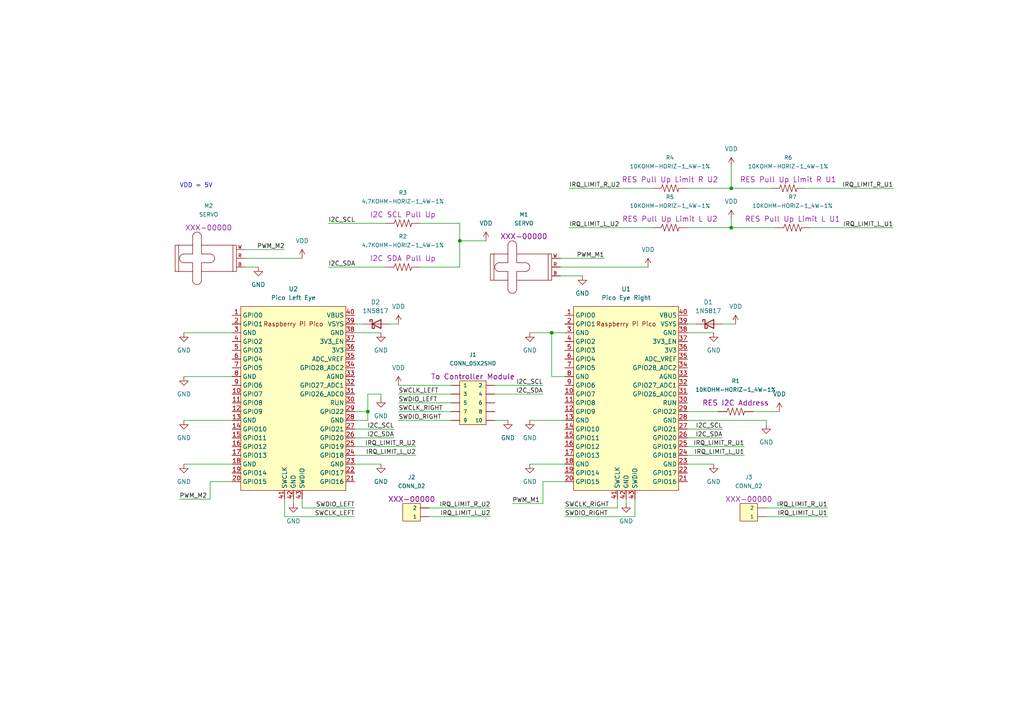
<source format=kicad_sch>
(kicad_sch (version 20211123) (generator eeschema)
  (paper "A4")
  (lib_symbols
    (symbol "Adafruit_Diode:1N5817" (pin_numbers hide) (pin_names (offset 1.016) hide)
      (property "Reference" "D" (at 0 2.54 0))
      (property "Value" "1N5817" (at 0 -2.54 0))
      (symbol "1N5817_0_1"
        (polyline (pts (xy 1.27 0) (xy -1.27 0)))
        (polyline (pts (xy 1.27 1.27) (xy 1.27 -1.27) (xy -1.27 0) (xy 1.27 1.27)) (stroke (width 0.254)))
        (polyline (pts (xy -1.905 0.635) (xy -1.905 1.27) (xy -1.27 1.27) (xy -1.27 -1.27) (xy -0.635 -1.27) (xy -0.635 -0.635)) (stroke (width 0.254)))
      )
      (symbol "1N5817_1_1"
        (pin passive line (at -3.81 0 0) (length 2.54) (name "K") (number "1"))
        (pin passive line (at 3.81 0 180) (length 2.54) (name "A") (number "2"))
      )
    )
    (symbol "Adafruit_power:GND" (power) (pin_names (offset 0))
      (property "Value" "GND" (at 0 -3.81 0))
      (symbol "GND_0_1"
        (polyline (pts (xy 0 0) (xy 0 -1.27) (xy 1.27 -1.27) (xy 0 -2.54) (xy -1.27 -1.27) (xy 0 -1.27)))
      )
      (symbol "GND_1_1"
        (pin power_in line (at 0 0 270) (length 0) hide (name "GND") (number "1"))
      )
    )
    (symbol "Adafruit_power:VDD" (power) (pin_names (offset 0))
      (property "Value" "VDD" (at 0 3.81 0))
      (symbol "VDD_0_1"
        (polyline (pts (xy -0.762 1.27) (xy 0 2.54)))
        (polyline (pts (xy 0 0) (xy 0 2.54)))
        (polyline (pts (xy 0 2.54) (xy 0.762 1.27)))
      )
      (symbol "VDD_1_1"
        (pin power_in line (at 0 0 90) (length 0) hide (name "VDD") (number "1"))
      )
    )
    (symbol "MCU_RaspberryPi_and_Boards:Pico"
      (property "Reference" "U" (at -13.97 27.94 0))
      (property "Value" "Pico" (at 0 19.05 0))
      (symbol "Pico_0_0"
        (text "Raspberry Pi Pico" (at 0 21.59 0) (effects (font (size 1.27 1.27))))
      )
      (symbol "Pico_0_1"
        (rectangle (start -15.24 26.67) (end 15.24 -26.67) (fill (type background)))
      )
      (symbol "Pico_1_1"
        (pin bidirectional line (at -17.78 24.13 0) (length 2.54) (name "GPIO0") (number "1"))
        (pin bidirectional line (at -17.78 1.27 0) (length 2.54) (name "GPIO7") (number "10"))
        (pin bidirectional line (at -17.78 -1.27 0) (length 2.54) (name "GPIO8") (number "11"))
        (pin bidirectional line (at -17.78 -3.81 0) (length 2.54) (name "GPIO9") (number "12"))
        (pin power_in line (at -17.78 -6.35 0) (length 2.54) (name "GND") (number "13"))
        (pin bidirectional line (at -17.78 -8.89 0) (length 2.54) (name "GPIO10") (number "14"))
        (pin bidirectional line (at -17.78 -11.43 0) (length 2.54) (name "GPIO11") (number "15"))
        (pin bidirectional line (at -17.78 -13.97 0) (length 2.54) (name "GPIO12") (number "16"))
        (pin bidirectional line (at -17.78 -16.51 0) (length 2.54) (name "GPIO13") (number "17"))
        (pin power_in line (at -17.78 -19.05 0) (length 2.54) (name "GND") (number "18"))
        (pin bidirectional line (at -17.78 -21.59 0) (length 2.54) (name "GPIO14") (number "19"))
        (pin bidirectional line (at -17.78 21.59 0) (length 2.54) (name "GPIO1") (number "2"))
        (pin bidirectional line (at -17.78 -24.13 0) (length 2.54) (name "GPIO15") (number "20"))
        (pin bidirectional line (at 17.78 -24.13 180) (length 2.54) (name "GPIO16") (number "21"))
        (pin bidirectional line (at 17.78 -21.59 180) (length 2.54) (name "GPIO17") (number "22"))
        (pin power_in line (at 17.78 -19.05 180) (length 2.54) (name "GND") (number "23"))
        (pin bidirectional line (at 17.78 -16.51 180) (length 2.54) (name "GPIO18") (number "24"))
        (pin bidirectional line (at 17.78 -13.97 180) (length 2.54) (name "GPIO19") (number "25"))
        (pin bidirectional line (at 17.78 -11.43 180) (length 2.54) (name "GPIO20") (number "26"))
        (pin bidirectional line (at 17.78 -8.89 180) (length 2.54) (name "GPIO21") (number "27"))
        (pin power_in line (at 17.78 -6.35 180) (length 2.54) (name "GND") (number "28"))
        (pin bidirectional line (at 17.78 -3.81 180) (length 2.54) (name "GPIO22") (number "29"))
        (pin power_in line (at -17.78 19.05 0) (length 2.54) (name "GND") (number "3"))
        (pin input line (at 17.78 -1.27 180) (length 2.54) (name "RUN") (number "30"))
        (pin bidirectional line (at 17.78 1.27 180) (length 2.54) (name "GPIO26_ADC0") (number "31"))
        (pin bidirectional line (at 17.78 3.81 180) (length 2.54) (name "GPIO27_ADC1") (number "32"))
        (pin power_in line (at 17.78 6.35 180) (length 2.54) (name "AGND") (number "33"))
        (pin bidirectional line (at 17.78 8.89 180) (length 2.54) (name "GPIO28_ADC2") (number "34"))
        (pin power_in line (at 17.78 11.43 180) (length 2.54) (name "ADC_VREF") (number "35"))
        (pin power_in line (at 17.78 13.97 180) (length 2.54) (name "3V3") (number "36"))
        (pin input line (at 17.78 16.51 180) (length 2.54) (name "3V3_EN") (number "37"))
        (pin bidirectional line (at 17.78 19.05 180) (length 2.54) (name "GND") (number "38"))
        (pin power_in line (at 17.78 21.59 180) (length 2.54) (name "VSYS") (number "39"))
        (pin bidirectional line (at -17.78 16.51 0) (length 2.54) (name "GPIO2") (number "4"))
        (pin power_in line (at 17.78 24.13 180) (length 2.54) (name "VBUS") (number "40"))
        (pin input line (at -2.54 -29.21 90) (length 2.54) (name "SWCLK") (number "41"))
        (pin power_in line (at 0 -29.21 90) (length 2.54) (name "GND") (number "42"))
        (pin bidirectional line (at 2.54 -29.21 90) (length 2.54) (name "SWDIO") (number "43"))
        (pin bidirectional line (at -17.78 13.97 0) (length 2.54) (name "GPIO3") (number "5"))
        (pin bidirectional line (at -17.78 11.43 0) (length 2.54) (name "GPIO4") (number "6"))
        (pin bidirectional line (at -17.78 8.89 0) (length 2.54) (name "GPIO5") (number "7"))
        (pin power_in line (at -17.78 6.35 0) (length 2.54) (name "GND") (number "8"))
        (pin bidirectional line (at -17.78 3.81 0) (length 2.54) (name "GPIO6") (number "9"))
      )
    )
    (symbol "SERVO_1" (pin_numbers hide) (pin_names (offset 1.016) hide)
      (property "Reference" "M" (at -8.89 2.54 0))
      (property "Value" "SERVO_1" (at -8.89 -8.89 0))
      (property "Field4" "XXX-00000" (at 0 6.35 0))
      (symbol "SERVO_1_1_0"
        (polyline (pts (xy -17.78 -6.35) (xy -16.764 -6.35)))
        (polyline (pts (xy -17.78 1.27) (xy -17.78 -6.35)))
        (polyline (pts (xy -16.764 -6.35) (xy -12.7 -6.35)))
        (polyline (pts (xy -16.764 1.27) (xy -17.78 1.27)))
        (polyline (pts (xy -16.764 1.27) (xy -16.764 -6.35)))
        (polyline (pts (xy -15.24 -3.81) (xy -12.7 -3.81)))
        (polyline (pts (xy -15.24 -1.27) (xy -12.7 -1.27)))
        (polyline (pts (xy -12.7 -6.35) (xy -12.7 -8.89)))
        (polyline (pts (xy -12.7 -3.81) (xy -12.7 -6.35)))
        (polyline (pts (xy -12.7 -1.27) (xy -12.7 1.27)))
        (polyline (pts (xy -12.7 1.27) (xy -16.764 1.27)))
        (polyline (pts (xy -12.7 1.27) (xy -12.7 3.81)))
        (polyline (pts (xy -10.16 -6.35) (xy -10.16 -8.89)))
        (polyline (pts (xy -10.16 -6.35) (xy -1.016 -6.35)))
        (polyline (pts (xy -10.16 -3.81) (xy -10.16 -6.35)))
        (polyline (pts (xy -10.16 -1.27) (xy -7.62 -1.27)))
        (polyline (pts (xy -10.16 1.27) (xy -10.16 -1.27)))
        (polyline (pts (xy -10.16 3.81) (xy -10.16 1.27)))
        (polyline (pts (xy -7.62 -3.81) (xy -10.16 -3.81)))
        (polyline (pts (xy -1.016 1.27) (xy -10.16 1.27)))
        (text "B" (at 0.9906 -4.318 0) (effects (font (size 1.016 1.016))))
        (text "R" (at 0.9906 -1.778 0) (effects (font (size 1.016 1.016))))
        (text "W" (at 0.9906 0.762 0) (effects (font (size 1.016 1.016))))
      )
      (symbol "SERVO_1_1_1"
        (arc (start -15.24 -1.27) (mid -16.51 -2.54) (end -15.24 -3.81))
        (arc (start -12.7 -8.89) (mid -11.43 -10.16) (end -10.16 -8.89))
        (arc (start -10.16 3.81) (mid -11.43 5.08) (end -12.7 3.81))
        (arc (start -7.62 -3.81) (mid -6.35 -2.54) (end -7.62 -1.27))
        (polyline (pts (xy -1.016 1.27) (xy -1.016 -6.35) (xy 0 -6.35) (xy 0 1.27) (xy -1.016 1.27)))
        (pin bidirectional line (at 2.54 0 180) (length 2.54) (name "SIG") (number "1"))
        (pin bidirectional line (at 2.54 -2.54 180) (length 2.54) (name "V+") (number "2"))
        (pin bidirectional line (at 2.54 -5.08 180) (length 2.54) (name "GND") (number "3"))
      )
    )
    (symbol "SparkFun-Connectors:CONN_02" (pin_numbers hide) (pin_names (offset 1.016))
      (property "Reference" "J" (at -5.08 5.08 0))
      (property "Value" "CONN_02" (at -5.08 -3.81 0))
      (property "Field4" "XXX-00000" (at 0 7.62 0))
      (symbol "CONN_02_1_0"
        (rectangle (start 0 -1.27) (end -5.08 3.81) (fill (type background)))
      )
      (symbol "CONN_02_1_1"
        (pin passive line (at 2.54 0 180) (length 2.54) (name "1") (number "1"))
        (pin passive line (at 2.54 2.54 180) (length 2.54) (name "2") (number "2"))
      )
    )
    (symbol "SparkFun-Connectors:CONN_05X2SHD" (pin_numbers hide) (pin_names (offset 1.016))
      (property "Reference" "J" (at -3.81 7.62 0))
      (property "Value" "CONN_05X2SHD" (at -3.81 -8.89 0))
      (property "Field4" "CONN-08671" (at 0 11.43 0))
      (symbol "CONN_05X2SHD_0_1"
        (rectangle (start 3.81 -6.35) (end -3.81 6.35) (fill (type background)))
      )
      (symbol "CONN_05X2SHD_1_1"
        (pin passive line (at -6.35 5.08 0) (length 2.54) (name "1") (number "1"))
        (pin passive line (at 6.35 -5.08 180) (length 2.54) (name "10") (number "10"))
        (pin passive line (at 6.35 5.08 180) (length 2.54) (name "2") (number "2"))
        (pin passive line (at -6.35 2.54 0) (length 2.54) (name "3") (number "3"))
        (pin passive line (at 6.35 2.54 180) (length 2.54) (name "4") (number "4"))
        (pin passive line (at -6.35 0 0) (length 2.54) (name "5") (number "5"))
        (pin passive line (at 6.35 0 180) (length 2.54) (name "6") (number "6"))
        (pin passive line (at -6.35 -2.54 0) (length 2.54) (name "7") (number "7"))
        (pin passive line (at 6.35 -2.54 180) (length 2.54) (name "8") (number "8"))
        (pin passive line (at -6.35 -5.08 0) (length 2.54) (name "9") (number "9"))
      )
    )
    (symbol "SparkFun-Electromechanical:SERVO" (pin_numbers hide) (pin_names (offset 1.016) hide)
      (property "Reference" "M" (at -8.89 2.54 0))
      (property "Value" "SERVO" (at -8.89 -8.89 0))
      (property "Field4" "XXX-00000" (at 0 6.35 0))
      (symbol "SERVO_1_0"
        (polyline (pts (xy -17.78 -6.35) (xy -16.764 -6.35)))
        (polyline (pts (xy -17.78 1.27) (xy -17.78 -6.35)))
        (polyline (pts (xy -16.764 -6.35) (xy -12.7 -6.35)))
        (polyline (pts (xy -16.764 1.27) (xy -17.78 1.27)))
        (polyline (pts (xy -16.764 1.27) (xy -16.764 -6.35)))
        (polyline (pts (xy -15.24 -3.81) (xy -12.7 -3.81)))
        (polyline (pts (xy -15.24 -1.27) (xy -12.7 -1.27)))
        (polyline (pts (xy -12.7 -6.35) (xy -12.7 -8.89)))
        (polyline (pts (xy -12.7 -3.81) (xy -12.7 -6.35)))
        (polyline (pts (xy -12.7 -1.27) (xy -12.7 1.27)))
        (polyline (pts (xy -12.7 1.27) (xy -16.764 1.27)))
        (polyline (pts (xy -12.7 1.27) (xy -12.7 3.81)))
        (polyline (pts (xy -10.16 -6.35) (xy -10.16 -8.89)))
        (polyline (pts (xy -10.16 -6.35) (xy -1.016 -6.35)))
        (polyline (pts (xy -10.16 -3.81) (xy -10.16 -6.35)))
        (polyline (pts (xy -10.16 -1.27) (xy -7.62 -1.27)))
        (polyline (pts (xy -10.16 1.27) (xy -10.16 -1.27)))
        (polyline (pts (xy -10.16 3.81) (xy -10.16 1.27)))
        (polyline (pts (xy -7.62 -3.81) (xy -10.16 -3.81)))
        (polyline (pts (xy -1.016 1.27) (xy -10.16 1.27)))
        (text "B" (at 0.9906 -4.318 0) (effects (font (size 1.016 1.016))))
        (text "R" (at 0.9906 -1.778 0) (effects (font (size 1.016 1.016))))
        (text "W" (at 0.9906 0.762 0) (effects (font (size 1.016 1.016))))
      )
      (symbol "SERVO_1_1"
        (arc (start -15.24 -1.27) (mid -16.51 -2.54) (end -15.24 -3.81))
        (arc (start -12.7 -8.89) (mid -11.43 -10.16) (end -10.16 -8.89))
        (arc (start -10.16 3.81) (mid -11.43 5.08) (end -12.7 3.81))
        (arc (start -7.62 -3.81) (mid -6.35 -2.54) (end -7.62 -1.27))
        (polyline (pts (xy -1.016 1.27) (xy -1.016 -6.35) (xy 0 -6.35) (xy 0 1.27) (xy -1.016 1.27)))
        (pin bidirectional line (at 2.54 0 180) (length 2.54) (name "SIG") (number "1"))
        (pin bidirectional line (at 2.54 -2.54 180) (length 2.54) (name "V+") (number "2"))
        (pin bidirectional line (at 2.54 -5.08 180) (length 2.54) (name "GND") (number "3"))
      )
    )
    (symbol "SparkFun-Resistors:10KOHM-HORIZ-1_4W-1%" (pin_numbers hide) (pin_names (offset 1.016) hide)
      (property "Reference" "R" (at -5.08 1.27 0))
      (property "Value" "10KOHM-HORIZ-1_4W-1%" (at -5.08 -3.81 0))
      (property "Field4" "RES-12183" (at 0 5.08 0))
      (symbol "10KOHM-HORIZ-1_4W-1%_1_0"
        (polyline (pts (xy -2.54 0) (xy -2.159 1.016)))
        (polyline (pts (xy -2.159 1.016) (xy -1.524 -1.016)))
        (polyline (pts (xy -1.524 -1.016) (xy -0.889 1.016)))
        (polyline (pts (xy -0.889 1.016) (xy -0.254 -1.016)))
        (polyline (pts (xy -0.254 -1.016) (xy 0.381 1.016)))
        (polyline (pts (xy 0.381 1.016) (xy 1.016 -1.016)))
        (polyline (pts (xy 1.016 -1.016) (xy 1.651 1.016)))
        (polyline (pts (xy 1.651 1.016) (xy 2.286 -1.016)))
        (polyline (pts (xy 2.286 -1.016) (xy 2.54 0)))
      )
      (symbol "10KOHM-HORIZ-1_4W-1%_1_1"
        (pin passive line (at -5.08 0 0) (length 2.54) (name "1") (number "P$1"))
        (pin passive line (at 5.08 0 180) (length 2.54) (name "2") (number "P$2"))
      )
    )
  )
  (junction (at 212.09 54.61))
  (junction (at 212.09 66.04))
  (junction (at 133.35 69.85))
  (junction (at 106.68 119.38))
  (junction (at 160.02 96.52))
  (wire (pts (xy 199.39 93.98) (xy 201.93 93.98)))
  (wire (pts (xy 199.39 121.92) (xy 222.25 121.92)))
  (wire (pts (xy 133.35 64.77) (xy 133.35 69.85)))
  (wire (pts (xy 115.57 119.38) (xy 130.81 119.38)))
  (wire (pts (xy 85.09 144.78) (xy 85.09 146.05)))
  (wire (pts (xy 115.57 121.92) (xy 130.81 121.92)))
  (wire (pts (xy 218.44 119.38) (xy 226.06 119.38)))
  (wire (pts (xy 148.59 146.05) (xy 157.48 146.05)))
  (wire (pts (xy 110.49 114.3) (xy 110.49 115.57)))
  (wire (pts (xy 184.15 144.78) (xy 184.15 149.86)))
  (wire (pts (xy 153.67 121.92) (xy 163.83 121.92)))
  (wire (pts (xy 102.87 96.52) (xy 110.49 96.52)))
  (wire (pts (xy 162.56 74.93) (xy 175.26 74.93)))
  (wire (pts (xy 153.67 134.62) (xy 163.83 134.62)))
  (wire (pts (xy 212.09 63.5) (xy 212.09 66.04)))
  (wire (pts (xy 163.83 139.7) (xy 157.48 139.7)))
  (wire (pts (xy 102.87 119.38) (xy 106.68 119.38)))
  (wire (pts (xy 60.96 144.78) (xy 52.07 144.78)))
  (wire (pts (xy 209.55 93.98) (xy 213.36 93.98)))
  (wire (pts (xy 115.57 114.3) (xy 130.81 114.3)))
  (wire (pts (xy 60.96 139.7) (xy 60.96 144.78)))
  (wire (pts (xy 95.25 77.47) (xy 111.76 77.47)))
  (wire (pts (xy 106.68 114.3) (xy 110.49 114.3)))
  (wire (pts (xy 115.57 111.76) (xy 130.81 111.76)))
  (wire (pts (xy 181.61 144.78) (xy 181.61 146.05)))
  (wire (pts (xy 162.56 80.01) (xy 168.91 80.01)))
  (wire (pts (xy 53.34 96.52) (xy 67.31 96.52)))
  (wire (pts (xy 87.63 147.32) (xy 87.63 144.78)))
  (wire (pts (xy 165.1 54.61) (xy 189.23 54.61)))
  (wire (pts (xy 102.87 93.98) (xy 105.41 93.98)))
  (wire (pts (xy 160.02 109.22) (xy 160.02 96.52)))
  (wire (pts (xy 53.34 121.92) (xy 67.31 121.92)))
  (wire (pts (xy 53.34 109.22) (xy 67.31 109.22)))
  (wire (pts (xy 124.46 149.86) (xy 142.24 149.86)))
  (wire (pts (xy 143.51 111.76) (xy 157.48 111.76)))
  (wire (pts (xy 160.02 96.52) (xy 163.83 96.52)))
  (wire (pts (xy 222.25 147.32) (xy 240.03 147.32)))
  (wire (pts (xy 222.25 121.92) (xy 222.25 123.19)))
  (wire (pts (xy 233.68 54.61) (xy 259.08 54.61)))
  (wire (pts (xy 95.25 64.77) (xy 111.76 64.77)))
  (wire (pts (xy 199.39 132.08) (xy 215.9 132.08)))
  (wire (pts (xy 199.39 54.61) (xy 212.09 54.61)))
  (wire (pts (xy 71.12 72.39) (xy 82.55 72.39)))
  (wire (pts (xy 106.68 121.92) (xy 106.68 119.38)))
  (wire (pts (xy 212.09 48.26) (xy 212.09 54.61)))
  (wire (pts (xy 199.39 119.38) (xy 208.28 119.38)))
  (wire (pts (xy 67.31 139.7) (xy 60.96 139.7)))
  (wire (pts (xy 199.39 134.62) (xy 207.01 134.62)))
  (wire (pts (xy 133.35 77.47) (xy 133.35 69.85)))
  (wire (pts (xy 133.35 69.85) (xy 140.97 69.85)))
  (wire (pts (xy 71.12 77.47) (xy 74.93 77.47)))
  (wire (pts (xy 212.09 54.61) (xy 223.52 54.61)))
  (wire (pts (xy 102.87 124.46) (xy 114.3 124.46)))
  (wire (pts (xy 234.95 66.04) (xy 259.08 66.04)))
  (wire (pts (xy 199.39 129.54) (xy 215.9 129.54)))
  (wire (pts (xy 121.92 64.77) (xy 133.35 64.77)))
  (wire (pts (xy 157.48 139.7) (xy 157.48 146.05)))
  (wire (pts (xy 153.67 96.52) (xy 160.02 96.52)))
  (wire (pts (xy 222.25 149.86) (xy 240.03 149.86)))
  (wire (pts (xy 199.39 66.04) (xy 212.09 66.04)))
  (wire (pts (xy 163.83 147.32) (xy 179.07 147.32)))
  (wire (pts (xy 163.83 149.86) (xy 184.15 149.86)))
  (wire (pts (xy 179.07 144.78) (xy 179.07 147.32)))
  (wire (pts (xy 165.1 66.04) (xy 189.23 66.04)))
  (wire (pts (xy 106.68 119.38) (xy 106.68 114.3)))
  (wire (pts (xy 115.57 116.84) (xy 130.81 116.84)))
  (wire (pts (xy 102.87 129.54) (xy 120.65 129.54)))
  (wire (pts (xy 162.56 77.47) (xy 187.96 77.47)))
  (wire (pts (xy 113.03 93.98) (xy 115.57 93.98)))
  (wire (pts (xy 199.39 127) (xy 209.55 127)))
  (wire (pts (xy 82.55 149.86) (xy 102.87 149.86)))
  (wire (pts (xy 102.87 127) (xy 114.3 127)))
  (wire (pts (xy 121.92 77.47) (xy 133.35 77.47)))
  (wire (pts (xy 82.55 144.78) (xy 82.55 149.86)))
  (wire (pts (xy 143.51 114.3) (xy 157.48 114.3)))
  (wire (pts (xy 199.39 96.52) (xy 207.01 96.52)))
  (wire (pts (xy 199.39 124.46) (xy 209.55 124.46)))
  (wire (pts (xy 124.46 147.32) (xy 142.24 147.32)))
  (wire (pts (xy 102.87 132.08) (xy 120.65 132.08)))
  (wire (pts (xy 87.63 147.32) (xy 102.87 147.32)))
  (wire (pts (xy 102.87 121.92) (xy 106.68 121.92)))
  (wire (pts (xy 71.12 74.93) (xy 87.63 74.93)))
  (wire (pts (xy 143.51 121.92) (xy 147.32 121.92)))
  (wire (pts (xy 163.83 109.22) (xy 160.02 109.22)))
  (wire (pts (xy 102.87 134.62) (xy 110.49 134.62)))
  (wire (pts (xy 212.09 66.04) (xy 224.79 66.04)))
  (wire (pts (xy 53.34 134.62) (xy 67.31 134.62)))
  (text "VDD = 5V" (at 52.07 54.61 0) (effects (font (size 1.27 1.27)) (justify left bottom)))
  (label "I2C_SCL" (at 209.55 124.46 180))
  (label "IRQ_LIMIT_L_U2" (at 120.65 132.08 180))
  (label "IRQ_LIMIT_R_U1" (at 259.08 54.61 180))
  (label "IRQ_LIMIT_L_U2" (at 142.24 149.86 180))
  (label "PWM_M2" (at 82.55 72.39 180))
  (label "SWDIO_LEFT" (at 115.57 116.84 0))
  (label "IRQ_LIMIT_L_U1" (at 215.9 132.08 180))
  (label "IRQ_LIMIT_R_U2" (at 120.65 129.54 180))
  (label "I2C_SDA" (at 114.3 127 180))
  (label "PWM_M1" (at 175.26 74.93 180))
  (label "IRQ_LIMIT_R_U2" (at 165.1 54.61 0))
  (label "I2C_SDA" (at 157.48 114.3 180))
  (label "SWCLK_LEFT" (at 115.57 114.3 0))
  (label "I2C_SCL" (at 114.3 124.46 180))
  (label "PWM_M2" (at 52.07 144.78 0))
  (label "SWCLK_RIGHT" (at 163.83 147.32 0))
  (label "SWDIO_LEFT" (at 102.87 147.32 180))
  (label "I2C_SDA" (at 209.55 127 180))
  (label "IRQ_LIMIT_R_U2" (at 142.24 147.32 180))
  (label "SWCLK_RIGHT" (at 115.57 119.38 0))
  (label "IRQ_LIMIT_L_U1" (at 259.08 66.04 180))
  (label "IRQ_LIMIT_L_U1" (at 240.03 149.86 180))
  (label "PWM_M1" (at 148.59 146.05 0))
  (label "IRQ_LIMIT_R_U1" (at 215.9 129.54 180))
  (label "I2C_SDA" (at 95.25 77.47 0))
  (label "SWDIO_RIGHT" (at 163.83 149.86 0))
  (label "SWCLK_LEFT" (at 102.87 149.86 180))
  (label "SWDIO_RIGHT" (at 115.57 121.92 0))
  (label "IRQ_LIMIT_R_U1" (at 240.03 147.32 180))
  (label "IRQ_LIMIT_L_U2" (at 165.1 66.04 0))
  (label "I2C_SCL" (at 95.25 64.77 0))
  (label "I2C_SCL" (at 157.48 111.76 180))
  (symbol (lib_id "Adafruit_power:GND") (at 110.49 115.57 0) (unit 1)
    (property "Reference" "#PWR09" (effects hide))
    (property "Value" "GND" (at 110.49 120.65 0))
  )
  (symbol (lib_id "SparkFun-Resistors:10KOHM-HORIZ-1_4W-1%") (at 116.84 77.47 0) (unit 1)
    (property "Reference" "R2" (at 116.84 68.58 0) (effects (font (size 1.143 1.143))))
    (property "Value" "4.7KOHM-HORIZ-1_4W-1%" (at 116.84 71.12 0) (effects (font (size 1.143 1.143))))
    (property "Footprint" "SparkFunResistors:AXIAL-0.3" (effects hide))
    (property "Field4" "I2C SDA Pull Up" (at 116.84 74.93 0) (effects (font (size 1.524 1.524))))
  )
  (symbol (lib_id "SparkFun-Resistors:10KOHM-HORIZ-1_4W-1%") (at 229.87 66.04 0) (unit 1)
    (property "Reference" "R7" (at 229.87 57.15 0) (effects (font (size 1.143 1.143))))
    (property "Value" "10KOHM-HORIZ-1_4W-1%" (at 229.87 59.69 0) (effects (font (size 1.143 1.143))))
    (property "Footprint" "SparkFunResistors:AXIAL-0.3" (effects hide))
    (property "Field4" "RES Pull Up Limit L U1" (at 229.87 63.5 0) (effects (font (size 1.524 1.524))))
  )
  (symbol (lib_id "Adafruit_power:GND") (at 53.34 134.62 0) (unit 1)
    (property "Reference" "#PWR04" (effects hide))
    (property "Value" "GND" (at 53.34 139.7 0))
  )
  (symbol (lib_id "Adafruit_power:GND") (at 53.34 121.92 0) (unit 1)
    (property "Reference" "#PWR03" (effects hide))
    (property "Value" "GND" (at 53.34 127 0))
  )
  (symbol (lib_id "SparkFun-Resistors:10KOHM-HORIZ-1_4W-1%") (at 228.6 54.61 0) (unit 1)
    (property "Reference" "R6" (at 228.6 45.72 0) (effects (font (size 1.143 1.143))))
    (property "Value" "10KOHM-HORIZ-1_4W-1%" (at 228.6 48.26 0) (effects (font (size 1.143 1.143))))
    (property "Footprint" "SparkFunResistors:AXIAL-0.3" (effects hide))
    (property "Field4" "RES Pull Up Limit R U1" (at 228.6 52.07 0) (effects (font (size 1.524 1.524))))
  )
  (symbol (lib_id "Adafruit_power:GND") (at 74.93 77.47 0) (unit 1)
    (property "Reference" "#PWR05" (effects hide))
    (property "Value" "GND" (at 74.93 82.55 0))
  )
  (symbol (lib_id "SparkFun-Resistors:10KOHM-HORIZ-1_4W-1%") (at 116.84 64.77 0) (unit 1)
    (property "Reference" "R3" (at 116.84 55.88 0) (effects (font (size 1.143 1.143))))
    (property "Value" "4.7KOHM-HORIZ-1_4W-1%" (at 116.84 58.42 0) (effects (font (size 1.143 1.143))))
    (property "Footprint" "SparkFunResistors:AXIAL-0.3" (effects hide))
    (property "Field4" "I2C SCL Pull Up" (at 116.84 62.23 0) (effects (font (size 1.524 1.524))))
  )
  (symbol (lib_id "Adafruit_power:VDD") (at 212.09 63.5 0) (unit 1)
    (property "Reference" "#PWR?" (effects hide))
    (property "Value" "VDD" (at 212.09 58.42 0))
  )
  (symbol (lib_id "SparkFun-Resistors:10KOHM-HORIZ-1_4W-1%") (at 194.31 66.04 0) (unit 1)
    (property "Reference" "R5" (at 194.31 57.15 0) (effects (font (size 1.143 1.143))))
    (property "Value" "10KOHM-HORIZ-1_4W-1%" (at 194.31 59.69 0) (effects (font (size 1.143 1.143))))
    (property "Footprint" "SparkFunResistors:AXIAL-0.3" (effects hide))
    (property "Field4" "RES Pull Up Limit L U2" (at 194.31 63.5 0) (effects (font (size 1.524 1.524))))
  )
  (symbol (lib_id "SparkFun-Connectors:CONN_02") (at 219.71 149.86 0) (unit 1)
    (property "Reference" "J3" (at 217.17 138.43 0) (effects (font (size 1.143 1.143))))
    (property "Value" "CONN_02" (at 217.17 140.97 0) (effects (font (size 1.143 1.143))))
    (property "Footprint" "SparkFunConnectors:1X02" (effects hide))
    (property "Field4" "XXX-00000" (at 217.17 144.78 0) (effects (font (size 1.524 1.524))))
  )
  (symbol (lib_id "Adafruit_power:GND") (at 207.01 96.52 0) (unit 1)
    (property "Reference" "#PWR021" (effects hide))
    (property "Value" "GND" (at 207.01 101.6 0))
  )
  (symbol (lib_id "SparkFun-Resistors:10KOHM-HORIZ-1_4W-1%") (at 194.31 54.61 0) (unit 1)
    (property "Reference" "R4" (at 194.31 45.72 0) (effects (font (size 1.143 1.143))))
    (property "Value" "10KOHM-HORIZ-1_4W-1%" (at 194.31 48.26 0) (effects (font (size 1.143 1.143))))
    (property "Footprint" "SparkFunResistors:AXIAL-0.3" (effects hide))
    (property "Field4" "RES Pull Up Limit R U2" (at 194.31 52.07 0) (effects (font (size 1.524 1.524))))
  )
  (symbol (lib_id "Adafruit_power:GND") (at 181.61 146.05 0) (unit 1)
    (property "Reference" "#PWR019" (effects hide))
    (property "Value" "GND" (at 181.61 151.13 0))
  )
  (symbol (lib_id "Adafruit_power:GND") (at 53.34 109.22 0) (unit 1)
    (property "Reference" "#PWR02" (effects hide))
    (property "Value" "GND" (at 53.34 114.3 0))
  )
  (symbol (lib_id "MCU_RaspberryPi_and_Boards:Pico") (at 85.09 115.57 0) (unit 1)
    (property "Reference" "U2" (at 85.09 83.82 0))
    (property "Value" "Pico Left Eye" (at 85.09 86.36 0))
    (property "Footprint" "MCU_RaspberryPi_and_Boards:RPi_Pico_SMD_TH" (effects hide))
  )
  (symbol (lib_id "Adafruit_power:GND") (at 207.01 134.62 0) (unit 1)
    (property "Reference" "#PWR022" (effects hide))
    (property "Value" "GND" (at 207.01 139.7 0))
  )
  (symbol (lib_id "Adafruit_power:VDD") (at 226.06 119.38 0) (unit 1)
    (property "Reference" "#PWR026" (effects hide))
    (property "Value" "VDD" (at 226.06 114.3 0))
  )
  (symbol (lib_id "SparkFun-Connectors:CONN_05X2SHD") (at 137.16 116.84 0) (unit 1)
    (property "Reference" "J1" (at 137.16 102.87 0) (effects (font (size 1.143 1.143))))
    (property "Value" "CONN_05X2SHD" (at 137.16 105.41 0) (effects (font (size 1.143 1.143))))
    (property "Footprint" "SparkFunConnectors:2X5-SHROUDED" (effects hide))
    (property "Field4" "To Controller Module" (at 137.16 109.22 0) (effects (font (size 1.524 1.524))))
  )
  (symbol (lib_id "Adafruit_power:GND") (at 222.25 123.19 0) (unit 1)
    (property "Reference" "#PWR025" (effects hide))
    (property "Value" "GND" (at 222.25 128.27 0))
  )
  (symbol (lib_id "Adafruit_power:GND") (at 168.91 80.01 0) (unit 1)
    (property "Reference" "#PWR018" (effects hide))
    (property "Value" "GND" (at 168.91 85.09 0))
  )
  (symbol (lib_id "Adafruit_Diode:1N5817") (at 205.74 93.98 0) (unit 1)
    (property "Reference" "D1" (at 205.4225 87.63 0))
    (property "Value" "1N5817" (at 205.4225 90.17 0))
    (property "Footprint" "Diode_THT:D_DO-41_SOD81_P10.16mm_Horizontal" (effects hide))
    (property "Datasheet" "http://www.vishay.com/docs/88525/1n5817.pdf" (effects hide))
  )
  (symbol (lib_id "Adafruit_power:VDD") (at 87.63 74.93 0) (unit 1)
    (property "Reference" "#PWR07" (effects hide))
    (property "Value" "VDD" (at 87.63 69.85 0))
  )
  (symbol (lib_id "Adafruit_power:GND") (at 53.34 96.52 0) (unit 1)
    (property "Reference" "#PWR01" (effects hide))
    (property "Value" "GND" (at 53.34 101.6 0))
  )
  (symbol (lib_id "Adafruit_power:VDD") (at 115.57 111.76 0) (unit 1)
    (property "Reference" "#PWR012" (effects hide))
    (property "Value" "VDD" (at 115.57 106.68 0))
  )
  (symbol (lib_id "Adafruit_power:VDD") (at 213.36 93.98 0) (unit 1)
    (property "Reference" "#PWR024" (effects hide))
    (property "Value" "VDD" (at 213.36 88.9 0))
  )
  (symbol (lib_id "Adafruit_power:GND") (at 147.32 121.92 0) (unit 1)
    (property "Reference" "#PWR014" (effects hide))
    (property "Value" "GND" (at 147.32 127 0))
  )
  (symbol (lib_id "Adafruit_power:GND") (at 85.09 146.05 0) (unit 1)
    (property "Reference" "#PWR06" (effects hide))
    (property "Value" "GND" (at 85.09 151.13 0))
  )
  (symbol (lib_id "Adafruit_power:GND") (at 153.67 121.92 0) (unit 1)
    (property "Reference" "#PWR016" (effects hide))
    (property "Value" "GND" (at 153.67 127 0))
  )
  (symbol (lib_id "Adafruit_power:VDD") (at 212.09 48.26 0) (unit 1)
    (property "Reference" "#PWR023" (effects hide))
    (property "Value" "VDD" (at 212.09 43.18 0))
  )
  (symbol (lib_id "Adafruit_power:GND") (at 110.49 134.62 0) (unit 1)
    (property "Reference" "#PWR010" (effects hide))
    (property "Value" "GND" (at 110.49 139.7 0))
  )
  (symbol (lib_id "Adafruit_power:VDD") (at 140.97 69.85 0) (unit 1)
    (property "Reference" "#PWR013" (effects hide))
    (property "Value" "VDD" (at 140.97 64.77 0))
  )
  (symbol (lib_id "Adafruit_power:GND") (at 110.49 96.52 0) (unit 1)
    (property "Reference" "#PWR08" (effects hide))
    (property "Value" "GND" (at 110.49 101.6 0))
  )
  (symbol (lib_id "SparkFun-Resistors:10KOHM-HORIZ-1_4W-1%") (at 213.36 119.38 0) (unit 1)
    (property "Reference" "R1" (at 213.36 110.49 0) (effects (font (size 1.143 1.143))))
    (property "Value" "10KOHM-HORIZ-1_4W-1%" (at 213.36 113.03 0) (effects (font (size 1.143 1.143))))
    (property "Footprint" "SparkFunResistors:AXIAL-0.3" (effects hide))
    (property "Field4" "RES I2C Address" (at 213.36 116.84 0) (effects (font (size 1.524 1.524))))
  )
  (symbol (lib_id "Adafruit_power:VDD") (at 187.96 77.47 0) (unit 1)
    (property "Reference" "#PWR020" (effects hide))
    (property "Value" "VDD" (at 187.96 72.39 0))
  )
  (symbol (lib_id "SparkFun-Electromechanical:SERVO") (at 160.02 74.93 0) (unit 1)
    (property "Reference" "M1" (at 151.9473 62.23 0) (effects (font (size 1.143 1.143))))
    (property "Value" "SERVO" (at 151.9473 64.77 0) (effects (font (size 1.143 1.143))))
    (property "Footprint" "Connector_JST:JST_XA_B03B-XASK-1-A_1x03_P2.50mm_Vertical" (effects hide))
    (property "Field4" "XXX-00000" (at 151.9473 68.58 0) (effects (font (size 1.524 1.524))))
  )
  (symbol (lib_id "Adafruit_power:GND") (at 153.67 134.62 0) (unit 1)
    (property "Reference" "#PWR017" (effects hide))
    (property "Value" "GND" (at 153.67 139.7 0))
  )
  (symbol (lib_id "MCU_RaspberryPi_and_Boards:Pico") (at 181.61 115.57 0) (unit 1)
    (property "Reference" "U1" (at 181.61 83.82 0))
    (property "Value" "Pico Eye Right" (at 181.61 86.36 0))
    (property "Footprint" "MCU_RaspberryPi_and_Boards:RPi_Pico_SMD_TH" (effects hide))
  )
  (symbol (lib_id "Adafruit_power:GND") (at 153.67 96.52 0) (unit 1)
    (property "Reference" "#PWR015" (effects hide))
    (property "Value" "GND" (at 153.67 101.6 0))
  )
  (symbol (lib_id "Adafruit_power:VDD") (at 115.57 93.98 0) (unit 1)
    (property "Reference" "#PWR011" (effects hide))
    (property "Value" "VDD" (at 115.57 88.9 0))
  )
  (symbol (lib_name "SERVO_1") (lib_id "SparkFun-Electromechanical:SERVO") (at 68.58 72.39 0) (unit 1)
    (property "Reference" "M2" (at 60.5073 59.69 0) (effects (font (size 1.143 1.143))))
    (property "Value" "SERVO" (at 60.5073 62.23 0) (effects (font (size 1.143 1.143))))
    (property "Footprint" "Connector_JST:JST_XA_B03B-XASK-1-A_1x03_P2.50mm_Vertical" (effects hide))
    (property "Field4" "XXX-00000" (at 60.5073 66.04 0) (effects (font (size 1.524 1.524))))
  )
  (symbol (lib_id "SparkFun-Connectors:CONN_02") (at 121.92 149.86 0) (unit 1)
    (property "Reference" "J2" (at 119.38 138.43 0) (effects (font (size 1.143 1.143))))
    (property "Value" "CONN_02" (at 119.38 140.97 0) (effects (font (size 1.143 1.143))))
    (property "Footprint" "SparkFunConnectors:1X02" (effects hide))
    (property "Field4" "XXX-00000" (at 119.38 144.78 0) (effects (font (size 1.524 1.524))))
  )
  (symbol (lib_id "Adafruit_Diode:1N5817") (at 109.22 93.98 0) (unit 1)
    (property "Reference" "D2" (at 108.9025 87.63 0))
    (property "Value" "1N5817" (at 108.9025 90.17 0))
    (property "Footprint" "Diode_THT:D_DO-41_SOD81_P10.16mm_Horizontal" (effects hide))
    (property "Datasheet" "http://www.vishay.com/docs/88525/1n5817.pdf" (effects hide))
  )
)
</source>
